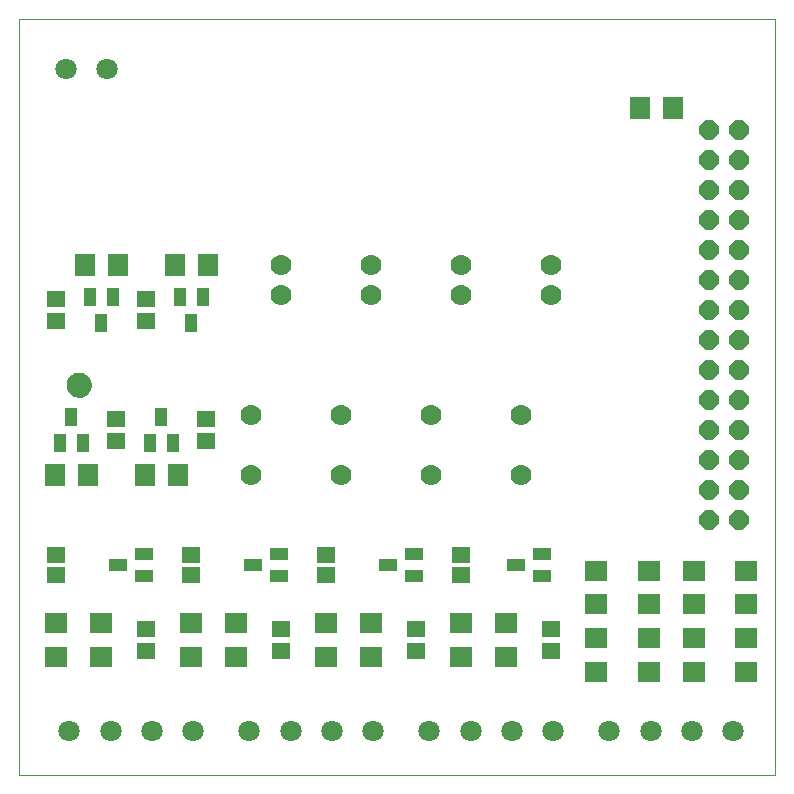
<source format=gts>
G75*
G70*
%OFA0B0*%
%FSLAX24Y24*%
%IPPOS*%
%LPD*%
%AMOC8*
5,1,8,0,0,1.08239X$1,22.5*
%
%ADD10C,0.0000*%
%ADD11C,0.0827*%
%ADD12R,0.0670X0.0750*%
%ADD13R,0.0631X0.0552*%
%ADD14OC8,0.0634*%
%ADD15C,0.0709*%
%ADD16C,0.0700*%
%ADD17R,0.0434X0.0591*%
%ADD18R,0.0591X0.0434*%
%ADD19R,0.0750X0.0670*%
D10*
X000101Y000101D02*
X000101Y025298D01*
X025298Y025298D01*
X025298Y000101D01*
X000101Y000101D01*
X001707Y013101D02*
X001709Y013140D01*
X001715Y013179D01*
X001725Y013217D01*
X001738Y013254D01*
X001755Y013289D01*
X001775Y013323D01*
X001799Y013354D01*
X001826Y013383D01*
X001855Y013409D01*
X001887Y013432D01*
X001921Y013452D01*
X001957Y013468D01*
X001994Y013480D01*
X002033Y013489D01*
X002072Y013494D01*
X002111Y013495D01*
X002150Y013492D01*
X002189Y013485D01*
X002226Y013474D01*
X002263Y013460D01*
X002298Y013442D01*
X002331Y013421D01*
X002362Y013396D01*
X002390Y013369D01*
X002415Y013339D01*
X002437Y013306D01*
X002456Y013272D01*
X002471Y013236D01*
X002483Y013198D01*
X002491Y013160D01*
X002495Y013121D01*
X002495Y013081D01*
X002491Y013042D01*
X002483Y013004D01*
X002471Y012966D01*
X002456Y012930D01*
X002437Y012896D01*
X002415Y012863D01*
X002390Y012833D01*
X002362Y012806D01*
X002331Y012781D01*
X002298Y012760D01*
X002263Y012742D01*
X002226Y012728D01*
X002189Y012717D01*
X002150Y012710D01*
X002111Y012707D01*
X002072Y012708D01*
X002033Y012713D01*
X001994Y012722D01*
X001957Y012734D01*
X001921Y012750D01*
X001887Y012770D01*
X001855Y012793D01*
X001826Y012819D01*
X001799Y012848D01*
X001775Y012879D01*
X001755Y012913D01*
X001738Y012948D01*
X001725Y012985D01*
X001715Y013023D01*
X001709Y013062D01*
X001707Y013101D01*
D11*
X002101Y013101D03*
D12*
X002411Y010101D03*
X001291Y010101D03*
X004291Y010101D03*
X005411Y010101D03*
X005291Y017101D03*
X006411Y017101D03*
X003411Y017101D03*
X002291Y017101D03*
X020791Y022351D03*
X021911Y022351D03*
D13*
X014851Y007435D03*
X014851Y006766D03*
X013351Y004975D03*
X013351Y004227D03*
X010351Y006766D03*
X010351Y007435D03*
X008851Y004975D03*
X008851Y004227D03*
X005851Y006766D03*
X005851Y007435D03*
X004351Y004975D03*
X004351Y004227D03*
X001351Y006766D03*
X001351Y007435D03*
X003351Y011227D03*
X003351Y011975D03*
X006351Y011975D03*
X006351Y011227D03*
X004351Y015227D03*
X004351Y015975D03*
X001351Y015975D03*
X001351Y015227D03*
X017851Y004975D03*
X017851Y004227D03*
D14*
X023101Y008601D03*
X023101Y009601D03*
X023101Y010601D03*
X023101Y011601D03*
X023101Y012601D03*
X023101Y013601D03*
X023101Y014601D03*
X023101Y015601D03*
X023101Y016601D03*
X023101Y017601D03*
X023101Y018601D03*
X023101Y019601D03*
X023101Y020601D03*
X023101Y021601D03*
X024101Y021601D03*
X024101Y020601D03*
X024101Y019601D03*
X024101Y018601D03*
X024101Y017601D03*
X024101Y016601D03*
X024101Y015601D03*
X024101Y014601D03*
X024101Y013601D03*
X024101Y012601D03*
X024101Y011601D03*
X024101Y010601D03*
X024101Y009601D03*
X024101Y008601D03*
D15*
X023918Y001561D03*
X022540Y001561D03*
X021162Y001561D03*
X019784Y001561D03*
X017918Y001561D03*
X016540Y001561D03*
X015162Y001561D03*
X013784Y001561D03*
X011918Y001561D03*
X010540Y001561D03*
X009162Y001561D03*
X007784Y001561D03*
X005918Y001561D03*
X004540Y001561D03*
X003162Y001561D03*
X001784Y001561D03*
X001662Y023640D03*
X003040Y023640D03*
D16*
X008851Y017101D03*
X008851Y016101D03*
X011851Y016101D03*
X011851Y017101D03*
X014851Y017101D03*
X014851Y016101D03*
X017851Y016101D03*
X017851Y017101D03*
X016851Y012101D03*
X016851Y010101D03*
X013851Y010101D03*
X013851Y012101D03*
X010851Y012101D03*
X010851Y010101D03*
X007851Y010101D03*
X007851Y012101D03*
D17*
X005225Y011168D03*
X004477Y011168D03*
X004851Y012034D03*
X002225Y011168D03*
X001477Y011168D03*
X001851Y012034D03*
X002851Y015168D03*
X003225Y016034D03*
X002477Y016034D03*
X005477Y016034D03*
X006225Y016034D03*
X005851Y015168D03*
D18*
X004284Y007475D03*
X004284Y006727D03*
X003418Y007101D03*
X007918Y007101D03*
X008784Y007475D03*
X008784Y006727D03*
X012418Y007101D03*
X013284Y007475D03*
X013284Y006727D03*
X016668Y007101D03*
X017534Y007475D03*
X017534Y006727D03*
D19*
X016351Y005161D03*
X016351Y004041D03*
X014851Y004041D03*
X014851Y005161D03*
X011851Y005161D03*
X011851Y004041D03*
X010351Y004041D03*
X010351Y005161D03*
X007351Y005161D03*
X007351Y004041D03*
X005851Y004041D03*
X005851Y005161D03*
X002851Y005161D03*
X002851Y004041D03*
X001351Y004041D03*
X001351Y005161D03*
X019351Y004661D03*
X019351Y005791D03*
X019351Y006911D03*
X021101Y006911D03*
X021101Y005791D03*
X021101Y004661D03*
X021101Y003541D03*
X022601Y003541D03*
X022601Y004661D03*
X022601Y005791D03*
X022601Y006911D03*
X024351Y006911D03*
X024351Y005791D03*
X024351Y004661D03*
X024351Y003541D03*
X019351Y003541D03*
M02*

</source>
